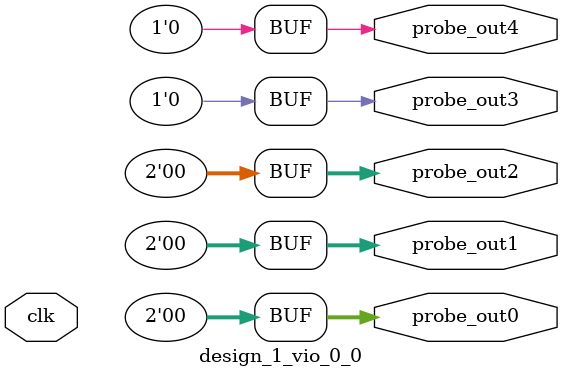
<source format=v>
`timescale 1ns / 1ps
module design_1_vio_0_0 (
clk,

probe_out0,
probe_out1,
probe_out2,
probe_out3,
probe_out4
);

input clk;

output reg [1 : 0] probe_out0 = 'h0 ;
output reg [1 : 0] probe_out1 = 'h0 ;
output reg [1 : 0] probe_out2 = 'h0 ;
output reg [0 : 0] probe_out3 = 'h0 ;
output reg [0 : 0] probe_out4 = 'h0 ;


endmodule

</source>
